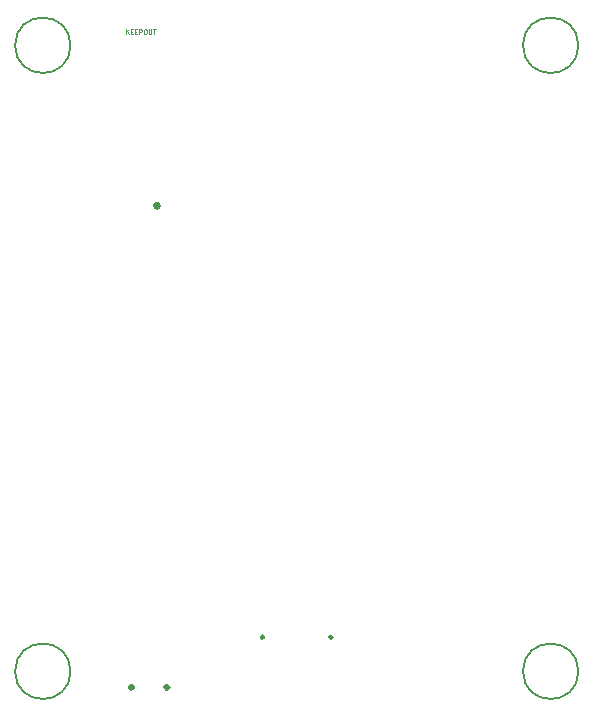
<source format=gbr>
%TF.GenerationSoftware,KiCad,Pcbnew,8.0.2*%
%TF.CreationDate,2024-05-26T21:52:28+02:00*%
%TF.ProjectId,Plant_Thing,506c616e-745f-4546-9869-6e672e6b6963,rev?*%
%TF.SameCoordinates,Original*%
%TF.FileFunction,Other,Comment*%
%FSLAX46Y46*%
G04 Gerber Fmt 4.6, Leading zero omitted, Abs format (unit mm)*
G04 Created by KiCad (PCBNEW 8.0.2) date 2024-05-26 21:52:28*
%MOMM*%
%LPD*%
G01*
G04 APERTURE LIST*
%ADD10C,0.070000*%
%ADD11C,0.150000*%
%ADD12C,0.320000*%
%ADD13C,0.250000*%
%ADD14C,0.360000*%
G04 APERTURE END LIST*
D10*
X140531904Y-62546407D02*
X140531904Y-62146407D01*
X140760475Y-62546407D02*
X140589046Y-62317836D01*
X140760475Y-62146407D02*
X140531904Y-62374979D01*
X140931904Y-62336883D02*
X141065237Y-62336883D01*
X141122380Y-62546407D02*
X140931904Y-62546407D01*
X140931904Y-62546407D02*
X140931904Y-62146407D01*
X140931904Y-62146407D02*
X141122380Y-62146407D01*
X141293809Y-62336883D02*
X141427142Y-62336883D01*
X141484285Y-62546407D02*
X141293809Y-62546407D01*
X141293809Y-62546407D02*
X141293809Y-62146407D01*
X141293809Y-62146407D02*
X141484285Y-62146407D01*
X141655714Y-62546407D02*
X141655714Y-62146407D01*
X141655714Y-62146407D02*
X141808095Y-62146407D01*
X141808095Y-62146407D02*
X141846190Y-62165455D01*
X141846190Y-62165455D02*
X141865237Y-62184502D01*
X141865237Y-62184502D02*
X141884285Y-62222598D01*
X141884285Y-62222598D02*
X141884285Y-62279740D01*
X141884285Y-62279740D02*
X141865237Y-62317836D01*
X141865237Y-62317836D02*
X141846190Y-62336883D01*
X141846190Y-62336883D02*
X141808095Y-62355931D01*
X141808095Y-62355931D02*
X141655714Y-62355931D01*
X142131904Y-62146407D02*
X142208095Y-62146407D01*
X142208095Y-62146407D02*
X142246190Y-62165455D01*
X142246190Y-62165455D02*
X142284285Y-62203550D01*
X142284285Y-62203550D02*
X142303333Y-62279740D01*
X142303333Y-62279740D02*
X142303333Y-62413074D01*
X142303333Y-62413074D02*
X142284285Y-62489264D01*
X142284285Y-62489264D02*
X142246190Y-62527360D01*
X142246190Y-62527360D02*
X142208095Y-62546407D01*
X142208095Y-62546407D02*
X142131904Y-62546407D01*
X142131904Y-62546407D02*
X142093809Y-62527360D01*
X142093809Y-62527360D02*
X142055714Y-62489264D01*
X142055714Y-62489264D02*
X142036666Y-62413074D01*
X142036666Y-62413074D02*
X142036666Y-62279740D01*
X142036666Y-62279740D02*
X142055714Y-62203550D01*
X142055714Y-62203550D02*
X142093809Y-62165455D01*
X142093809Y-62165455D02*
X142131904Y-62146407D01*
X142474762Y-62146407D02*
X142474762Y-62470217D01*
X142474762Y-62470217D02*
X142493809Y-62508312D01*
X142493809Y-62508312D02*
X142512857Y-62527360D01*
X142512857Y-62527360D02*
X142550952Y-62546407D01*
X142550952Y-62546407D02*
X142627143Y-62546407D01*
X142627143Y-62546407D02*
X142665238Y-62527360D01*
X142665238Y-62527360D02*
X142684285Y-62508312D01*
X142684285Y-62508312D02*
X142703333Y-62470217D01*
X142703333Y-62470217D02*
X142703333Y-62146407D01*
X142836667Y-62146407D02*
X143065238Y-62146407D01*
X142950952Y-62546407D02*
X142950952Y-62146407D01*
D11*
%TO.C,H4*%
X135850000Y-116500000D02*
G75*
G02*
X131150000Y-116500000I-2350000J0D01*
G01*
X131150000Y-116500000D02*
G75*
G02*
X135850000Y-116500000I2350000J0D01*
G01*
%TO.C,H2*%
X178850000Y-63500000D02*
G75*
G02*
X174150000Y-63500000I-2350000J0D01*
G01*
X174150000Y-63500000D02*
G75*
G02*
X178850000Y-63500000I2350000J0D01*
G01*
%TO.C,H3*%
X178850000Y-116500000D02*
G75*
G02*
X174150000Y-116500000I-2350000J0D01*
G01*
X174150000Y-116500000D02*
G75*
G02*
X178850000Y-116500000I2350000J0D01*
G01*
D12*
%TO.C,SW1*%
X141160000Y-117860000D02*
G75*
G02*
X140840000Y-117860000I-160000J0D01*
G01*
X140840000Y-117860000D02*
G75*
G02*
X141160000Y-117860000I160000J0D01*
G01*
X144160000Y-117860000D02*
G75*
G02*
X143840000Y-117860000I-160000J0D01*
G01*
X143840000Y-117860000D02*
G75*
G02*
X144160000Y-117860000I160000J0D01*
G01*
D11*
%TO.C,H1*%
X135850000Y-63500000D02*
G75*
G02*
X131150000Y-63500000I-2350000J0D01*
G01*
X131150000Y-63500000D02*
G75*
G02*
X135850000Y-63500000I2350000J0D01*
G01*
D13*
%TO.C,USB1*%
X152230000Y-113617500D02*
G75*
G02*
X151990000Y-113617500I-120000J0D01*
G01*
X151990000Y-113617500D02*
G75*
G02*
X152230000Y-113617500I120000J0D01*
G01*
X158010000Y-113617500D02*
G75*
G02*
X157770000Y-113617500I-120000J0D01*
G01*
X157770000Y-113617500D02*
G75*
G02*
X158010000Y-113617500I120000J0D01*
G01*
D14*
%TO.C,Y1*%
X143340000Y-77090000D02*
G75*
G02*
X142980000Y-77090000I-180000J0D01*
G01*
X142980000Y-77090000D02*
G75*
G02*
X143340000Y-77090000I180000J0D01*
G01*
%TD*%
M02*

</source>
